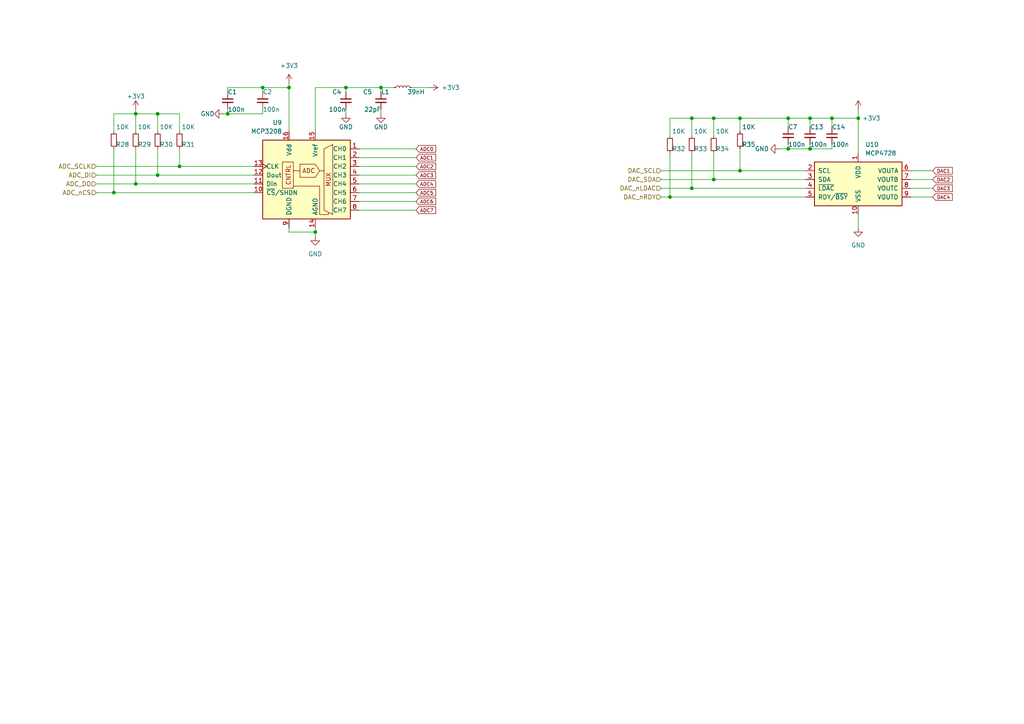
<source format=kicad_sch>
(kicad_sch (version 20211123) (generator eeschema)
  (paper "A4")
  (lib_symbols
    (symbol "Analog_ADC:MCP3208" (pin_names (offset 1.016))
      (property "Reference" "U" (at -5.08 13.335 0))
      (property "Value" "MCP3208" (at -5.08 11.43 0))
      (symbol "MCP3208_0_0"
        (text "ADC" (at -0.635 1.27 0) (effects (font (size 1.27 1.27))))
        (text "CNTRL" (at 5.969 -2.921 900) (effects (font (size 1.27 1.27)) (justify left bottom)))
        (text "MUX" (at -6.35 -1.27 900) (effects (font (size 1.27 1.27))))
      )
      (symbol "MCP3208_0_1"
        (polyline (pts (xy -3.81 1.27) (xy -5.08 1.27)))
        (polyline (pts (xy 1.905 1.27) (xy 3.81 1.27)))
        (polyline (pts (xy -7.62 8.89) (xy -7.62 -11.43) (xy -5.08 -10.16) (xy -5.08 7.62) (xy -7.62 8.89)))
        (polyline (pts (xy 3.81 -3.175) (xy -3.81 -3.175) (xy -3.81 -11.43) (xy -6.35 -11.43) (xy -6.35 -10.795)))
        (polyline (pts (xy 1.905 3.175) (xy 1.905 -0.635) (xy -2.54 -0.635) (xy -3.81 1.27) (xy -2.54 3.175) (xy 1.905 3.175)))
        (rectangle (start 3.81 -3.81) (end 6.985 3.81))
        (rectangle (start 12.7 -12.7) (end -12.7 10.16) (stroke (width 0.254)) (fill (type background)))
      )
      (symbol "MCP3208_1_1"
        (pin input line (at -15.24 7.62 0) (length 2.54) (name "CH0") (number "1"))
        (pin input line (at 15.24 -5.08 180) (length 2.54) (name "~{CS}/SHDN") (number "10"))
        (pin input line (at 15.24 -2.54 180) (length 2.54) (name "Din") (number "11"))
        (pin output line (at 15.24 0 180) (length 2.54) (name "Dout") (number "12"))
        (pin input clock (at 15.24 2.54 180) (length 2.54) (name "CLK") (number "13"))
        (pin power_in line (at -2.54 -15.24 90) (length 2.54) (name "AGND") (number "14"))
        (pin power_in line (at -2.54 12.7 270) (length 2.54) (name "Vref") (number "15"))
        (pin power_in line (at 5.08 12.7 270) (length 2.54) (name "Vdd") (number "16"))
        (pin input line (at -15.24 5.08 0) (length 2.54) (name "CH1") (number "2"))
        (pin input line (at -15.24 2.54 0) (length 2.54) (name "CH2") (number "3"))
        (pin input line (at -15.24 0 0) (length 2.54) (name "CH3") (number "4"))
        (pin input line (at -15.24 -2.54 0) (length 2.54) (name "CH4") (number "5"))
        (pin input line (at -15.24 -5.08 0) (length 2.54) (name "CH5") (number "6"))
        (pin input line (at -15.24 -7.62 0) (length 2.54) (name "CH6") (number "7"))
        (pin input line (at -15.24 -10.16 0) (length 2.54) (name "CH7") (number "8"))
        (pin power_in line (at 5.08 -15.24 90) (length 2.54) (name "DGND") (number "9"))
      )
    )
    (symbol "Analog_DAC:MCP4728" (pin_names (offset 1.016))
      (property "Reference" "U" (at -12.7 6.35 0))
      (property "Value" "MCP4728" (at 12.7 6.35 0))
      (symbol "MCP4728_0_1"
        (rectangle (start -12.7 5.08) (end 12.7 -7.62) (stroke (width 0.254)) (fill (type background)))
      )
      (symbol "MCP4728_1_1"
        (pin power_in line (at 0 7.62 270) (length 2.54) (name "VDD") (number "1"))
        (pin power_in line (at 0 -10.16 90) (length 2.54) (name "VSS") (number "10"))
        (pin input line (at -15.24 2.54 0) (length 2.54) (name "SCL") (number "2"))
        (pin bidirectional line (at -15.24 0 0) (length 2.54) (name "SDA") (number "3"))
        (pin input line (at -15.24 -2.54 0) (length 2.54) (name "~{LDAC}") (number "4"))
        (pin output line (at -15.24 -5.08 0) (length 2.54) (name "RDY/~{BSY}") (number "5"))
        (pin output line (at 15.24 2.54 180) (length 2.54) (name "VOUTA") (number "6"))
        (pin output line (at 15.24 0 180) (length 2.54) (name "VOUTB") (number "7"))
        (pin output line (at 15.24 -2.54 180) (length 2.54) (name "VOUTC") (number "8"))
        (pin output line (at 15.24 -5.08 180) (length 2.54) (name "VOUTD") (number "9"))
      )
    )
    (symbol "Device:C_Small" (pin_numbers hide) (pin_names (offset 0.254) hide)
      (property "Reference" "C" (at 0.254 1.778 0))
      (property "Value" "C_Small" (at 0.254 -2.032 0))
      (symbol "C_Small_0_1"
        (polyline (pts (xy -1.524 -0.508) (xy 1.524 -0.508)) (stroke (width 0.3302)))
        (polyline (pts (xy -1.524 0.508) (xy 1.524 0.508)) (stroke (width 0.3048)))
      )
      (symbol "C_Small_1_1"
        (pin passive line (at 0 2.54 270) (length 2.032) (name "~") (number "1"))
        (pin passive line (at 0 -2.54 90) (length 2.032) (name "~") (number "2"))
      )
    )
    (symbol "Device:L_Small" (pin_numbers hide) (pin_names (offset 0.254) hide)
      (property "Reference" "L" (at 0.762 1.016 0))
      (property "Value" "L_Small" (at 0.762 -1.016 0))
      (symbol "L_Small_0_1"
        (arc (start 0 -2.032) (mid 0.508 -1.524) (end 0 -1.016))
        (arc (start 0 -1.016) (mid 0.508 -0.508) (end 0 0))
        (arc (start 0 0) (mid 0.508 0.508) (end 0 1.016))
        (arc (start 0 1.016) (mid 0.508 1.524) (end 0 2.032))
      )
      (symbol "L_Small_1_1"
        (pin passive line (at 0 2.54 270) (length 0.508) (name "~") (number "1"))
        (pin passive line (at 0 -2.54 90) (length 0.508) (name "~") (number "2"))
      )
    )
    (symbol "Device:R_Small" (pin_numbers hide) (pin_names (offset 0.254) hide)
      (property "Reference" "R" (at 0.762 0.508 0))
      (property "Value" "R_Small" (at 0.762 -1.016 0))
      (symbol "R_Small_0_1"
        (rectangle (start -0.762 1.778) (end 0.762 -1.778) (stroke (width 0.2032)))
      )
      (symbol "R_Small_1_1"
        (pin passive line (at 0 2.54 270) (length 0.762) (name "~") (number "1"))
        (pin passive line (at 0 -2.54 90) (length 0.762) (name "~") (number "2"))
      )
    )
    (symbol "power:+3.3V" (power) (pin_names (offset 0))
      (property "Value" "+3.3V" (at 0 3.556 0))
      (symbol "+3.3V_0_1"
        (polyline (pts (xy -0.762 1.27) (xy 0 2.54)))
        (polyline (pts (xy 0 0) (xy 0 2.54)))
        (polyline (pts (xy 0 2.54) (xy 0.762 1.27)))
      )
      (symbol "+3.3V_1_1"
        (pin power_in line (at 0 0 90) (length 0) hide (name "+3V3") (number "1"))
      )
    )
    (symbol "power:GND" (power) (pin_names (offset 0))
      (property "Value" "GND" (at 0 -3.81 0))
      (symbol "GND_0_1"
        (polyline (pts (xy 0 0) (xy 0 -1.27) (xy 1.27 -1.27) (xy 0 -2.54) (xy -1.27 -1.27) (xy 0 -1.27)))
      )
      (symbol "GND_1_1"
        (pin power_in line (at 0 0 270) (length 0) hide (name "GND") (number "1"))
      )
    )
  )
  (junction (at 45.72 50.8))
  (junction (at 39.37 53.34))
  (junction (at 45.72 33.02))
  (junction (at 194.31 57.15))
  (junction (at 214.63 34.29))
  (junction (at 234.95 34.29))
  (junction (at 207.01 52.07))
  (junction (at 66.04 33.02))
  (junction (at 241.3 34.29))
  (junction (at 33.02 55.88))
  (junction (at 207.01 34.29))
  (junction (at 91.44 67.31))
  (junction (at 39.37 33.02))
  (junction (at 200.66 54.61))
  (junction (at 214.63 49.53))
  (junction (at 200.66 34.29))
  (junction (at 248.92 34.29))
  (junction (at 100.33 25.4))
  (junction (at 52.07 48.26))
  (junction (at 76.2 25.4))
  (junction (at 228.6 43.18))
  (junction (at 83.82 25.4))
  (junction (at 110.49 25.4))
  (junction (at 228.6 34.29))
  (junction (at 234.95 43.18))
  (wire (pts (xy 110.49 25.4) (xy 100.33 25.4)))
  (wire (pts (xy 191.77 52.07) (xy 207.01 52.07)))
  (wire (pts (xy 83.82 25.4) (xy 83.82 38.1)))
  (wire (pts (xy 66.04 33.02) (xy 64.77 33.02)))
  (wire (pts (xy 39.37 31.75) (xy 39.37 33.02)))
  (wire (pts (xy 214.63 49.53) (xy 214.63 43.18)))
  (wire (pts (xy 66.04 33.02) (xy 76.2 33.02)))
  (wire (pts (xy 104.14 50.8) (xy 120.65 50.8)))
  (wire (pts (xy 200.66 34.29) (xy 200.66 39.37)))
  (wire (pts (xy 264.16 52.07) (xy 270.51 52.07)))
  (wire (pts (xy 27.94 53.34) (xy 39.37 53.34)))
  (wire (pts (xy 104.14 43.18) (xy 120.65 43.18)))
  (wire (pts (xy 248.92 34.29) (xy 241.3 34.29)))
  (wire (pts (xy 100.33 25.4) (xy 100.33 26.67)))
  (wire (pts (xy 207.01 34.29) (xy 207.01 39.37)))
  (wire (pts (xy 39.37 38.1) (xy 39.37 33.02)))
  (wire (pts (xy 214.63 34.29) (xy 214.63 38.1)))
  (wire (pts (xy 33.02 55.88) (xy 33.02 43.18)))
  (wire (pts (xy 191.77 54.61) (xy 200.66 54.61)))
  (wire (pts (xy 76.2 25.4) (xy 66.04 25.4)))
  (wire (pts (xy 83.82 24.13) (xy 83.82 25.4)))
  (wire (pts (xy 104.14 58.42) (xy 120.65 58.42)))
  (wire (pts (xy 100.33 25.4) (xy 91.44 25.4)))
  (wire (pts (xy 27.94 50.8) (xy 45.72 50.8)))
  (wire (pts (xy 264.16 54.61) (xy 270.51 54.61)))
  (wire (pts (xy 248.92 31.75) (xy 248.92 34.29)))
  (wire (pts (xy 39.37 33.02) (xy 33.02 33.02)))
  (wire (pts (xy 66.04 31.75) (xy 66.04 33.02)))
  (wire (pts (xy 104.14 48.26) (xy 120.65 48.26)))
  (wire (pts (xy 124.46 25.4) (xy 119.38 25.4)))
  (wire (pts (xy 45.72 38.1) (xy 45.72 33.02)))
  (wire (pts (xy 39.37 53.34) (xy 73.66 53.34)))
  (wire (pts (xy 45.72 50.8) (xy 45.72 43.18)))
  (wire (pts (xy 27.94 48.26) (xy 52.07 48.26)))
  (wire (pts (xy 33.02 55.88) (xy 73.66 55.88)))
  (wire (pts (xy 234.95 34.29) (xy 234.95 36.83)))
  (wire (pts (xy 52.07 33.02) (xy 52.07 38.1)))
  (wire (pts (xy 104.14 60.96) (xy 120.65 60.96)))
  (wire (pts (xy 83.82 25.4) (xy 76.2 25.4)))
  (wire (pts (xy 194.31 44.45) (xy 194.31 57.15)))
  (wire (pts (xy 45.72 50.8) (xy 73.66 50.8)))
  (wire (pts (xy 241.3 34.29) (xy 241.3 36.83)))
  (wire (pts (xy 207.01 44.45) (xy 207.01 52.07)))
  (wire (pts (xy 104.14 45.72) (xy 120.65 45.72)))
  (wire (pts (xy 33.02 38.1) (xy 33.02 33.02)))
  (wire (pts (xy 234.95 43.18) (xy 241.3 43.18)))
  (wire (pts (xy 83.82 67.31) (xy 83.82 66.04)))
  (wire (pts (xy 241.3 41.91) (xy 241.3 43.18)))
  (wire (pts (xy 194.31 57.15) (xy 233.68 57.15)))
  (wire (pts (xy 194.31 34.29) (xy 200.66 34.29)))
  (wire (pts (xy 76.2 33.02) (xy 76.2 31.75)))
  (wire (pts (xy 104.14 55.88) (xy 120.65 55.88)))
  (wire (pts (xy 200.66 54.61) (xy 200.66 44.45)))
  (wire (pts (xy 248.92 34.29) (xy 248.92 44.45)))
  (wire (pts (xy 39.37 33.02) (xy 45.72 33.02)))
  (wire (pts (xy 76.2 25.4) (xy 76.2 26.67)))
  (wire (pts (xy 191.77 49.53) (xy 214.63 49.53)))
  (wire (pts (xy 191.77 57.15) (xy 194.31 57.15)))
  (wire (pts (xy 248.92 62.23) (xy 248.92 66.04)))
  (wire (pts (xy 45.72 33.02) (xy 52.07 33.02)))
  (wire (pts (xy 233.68 49.53) (xy 214.63 49.53)))
  (wire (pts (xy 234.95 43.18) (xy 228.6 43.18)))
  (wire (pts (xy 27.94 55.88) (xy 33.02 55.88)))
  (wire (pts (xy 233.68 54.61) (xy 200.66 54.61)))
  (wire (pts (xy 226.06 43.18) (xy 228.6 43.18)))
  (wire (pts (xy 194.31 39.37) (xy 194.31 34.29)))
  (wire (pts (xy 39.37 43.18) (xy 39.37 53.34)))
  (wire (pts (xy 228.6 36.83) (xy 228.6 34.29)))
  (wire (pts (xy 207.01 52.07) (xy 233.68 52.07)))
  (wire (pts (xy 91.44 67.31) (xy 83.82 67.31)))
  (wire (pts (xy 228.6 34.29) (xy 234.95 34.29)))
  (wire (pts (xy 52.07 48.26) (xy 52.07 43.18)))
  (wire (pts (xy 264.16 57.15) (xy 270.51 57.15)))
  (wire (pts (xy 234.95 34.29) (xy 241.3 34.29)))
  (wire (pts (xy 110.49 25.4) (xy 110.49 26.67)))
  (wire (pts (xy 66.04 25.4) (xy 66.04 26.67)))
  (wire (pts (xy 110.49 31.75) (xy 110.49 33.02)))
  (wire (pts (xy 91.44 66.04) (xy 91.44 67.31)))
  (wire (pts (xy 91.44 25.4) (xy 91.44 38.1)))
  (wire (pts (xy 104.14 53.34) (xy 120.65 53.34)))
  (wire (pts (xy 91.44 67.31) (xy 91.44 68.58)))
  (wire (pts (xy 100.33 31.75) (xy 100.33 33.02)))
  (wire (pts (xy 228.6 41.91) (xy 228.6 43.18)))
  (wire (pts (xy 234.95 41.91) (xy 234.95 43.18)))
  (wire (pts (xy 228.6 34.29) (xy 214.63 34.29)))
  (wire (pts (xy 114.3 25.4) (xy 110.49 25.4)))
  (wire (pts (xy 207.01 34.29) (xy 214.63 34.29)))
  (wire (pts (xy 200.66 34.29) (xy 207.01 34.29)))
  (wire (pts (xy 52.07 48.26) (xy 73.66 48.26)))
  (wire (pts (xy 264.16 49.53) (xy 270.51 49.53)))
  (global_label "DAC2" (shape input) (at 270.51 52.07 0) (effects (font (size 1 1))) (property "Intersheet References" "${INTERSHEET_REFS}" (effects hide)))
  (global_label "DAC1" (shape input) (at 270.51 49.53 0) (effects (font (size 1 1))) (property "Intersheet References" "${INTERSHEET_REFS}" (effects hide)))
  (global_label "DAC4" (shape input) (at 270.51 57.15 0) (effects (font (size 1 1))) (property "Intersheet References" "${INTERSHEET_REFS}" (effects hide)))
  (global_label "ADC0" (shape input) (at 120.65 43.18 0) (effects (font (size 1 1))) (property "Intersheet References" "${INTERSHEET_REFS}" (effects hide)))
  (global_label "ADC5" (shape input) (at 120.65 55.88 0) (effects (font (size 1 1))) (property "Intersheet References" "${INTERSHEET_REFS}" (effects hide)))
  (global_label "ADC3" (shape input) (at 120.65 50.8 0) (effects (font (size 1 1))) (property "Intersheet References" "${INTERSHEET_REFS}" (effects hide)))
  (global_label "DAC3" (shape input) (at 270.51 54.61 0) (effects (font (size 1 1))) (property "Intersheet References" "${INTERSHEET_REFS}" (effects hide)))
  (global_label "ADC1" (shape input) (at 120.65 45.72 0) (effects (font (size 1 1))) (property "Intersheet References" "${INTERSHEET_REFS}" (effects hide)))
  (global_label "ADC2" (shape input) (at 120.65 48.26 0) (effects (font (size 1 1))) (property "Intersheet References" "${INTERSHEET_REFS}" (effects hide)))
  (global_label "ADC4" (shape input) (at 120.65 53.34 0) (effects (font (size 1 1))) (property "Intersheet References" "${INTERSHEET_REFS}" (effects hide)))
  (global_label "ADC6" (shape input) (at 120.65 58.42 0) (effects (font (size 1 1))) (property "Intersheet References" "${INTERSHEET_REFS}" (effects hide)))
  (global_label "ADC7" (shape input) (at 120.65 60.96 0) (effects (font (size 1 1))) (property "Intersheet References" "${INTERSHEET_REFS}" (effects hide)))
  (hierarchical_label "DAC_nRDY" (shape input) (at 191.77 57.15 180))
  (hierarchical_label "ADC_nCS" (shape input) (at 27.94 55.88 180))
  (hierarchical_label "DAC_SCL" (shape input) (at 191.77 49.53 180))
  (hierarchical_label "DAC_SDA" (shape input) (at 191.77 52.07 180))
  (hierarchical_label "ADC_DO" (shape input) (at 27.94 53.34 180))
  (hierarchical_label "ADC_DI" (shape input) (at 27.94 50.8 180))
  (hierarchical_label "ADC_SCLK" (shape input) (at 27.94 48.26 180))
  (hierarchical_label "DAC_nLDAC" (shape input) (at 191.77 54.61 180))
  (symbol (lib_id "power:GND") (at 226.06 43.18 270) (mirror x) (unit 1)
    (property "Reference" "#PWR0101" (effects hide))
    (property "Value" "GND" (at 220.98 43.18 90))
  )
  (symbol (lib_id "power:GND") (at 100.33 33.02 0) (mirror y) (unit 1)
    (property "Reference" "#PWR0108" (effects hide))
    (property "Value" "GND" (at 100.33 36.83 0))
  )
  (symbol (lib_id "Device:R_Small") (at 52.07 40.64 0) (mirror x) (unit 1)
    (property "Reference" "R31" (at 54.61 41.91 0))
    (property "Value" "10K" (at 54.61 36.83 0))
    (property "Footprint" "Resistor_SMD:R_0603_1608Metric" (effects hide))
  )
  (symbol (lib_id "Device:L_Small") (at 116.84 25.4 270) (mirror x) (unit 1)
    (property "Reference" "L1" (at 111.76 26.67 90))
    (property "Value" "39nH" (at 120.65 26.67 90))
    (property "Footprint" "Inductor_SMD:L_0603_1608Metric" (effects hide))
  )
  (symbol (lib_id "power:GND") (at 64.77 33.02 270) (unit 1)
    (property "Reference" "#PWR0102" (effects hide))
    (property "Value" "GND" (at 62.23 33.02 90) (effects (justify right)))
  )
  (symbol (lib_id "Device:C_Small") (at 241.3 39.37 0) (unit 1)
    (property "Reference" "C14" (at 241.3 36.83 0) (effects (justify left)))
    (property "Value" "100n" (at 241.3 41.91 0) (effects (justify left)))
    (property "Footprint" "Capacitor_SMD:C_0603_1608Metric" (effects hide))
  )
  (symbol (lib_id "power:GND") (at 91.44 68.58 0) (unit 1)
    (property "Reference" "#PWR0104" (effects hide))
    (property "Value" "GND" (at 91.44 73.66 0))
  )
  (symbol (lib_id "Device:C_Small") (at 100.33 29.21 0) (mirror y) (unit 1)
    (property "Reference" "C4" (at 99.06 26.67 0) (effects (justify left)))
    (property "Value" "100n" (at 100.33 31.75 0) (effects (justify left)))
    (property "Footprint" "Capacitor_SMD:C_0603_1608Metric" (effects hide))
  )
  (symbol (lib_id "Device:C_Small") (at 234.95 39.37 0) (unit 1)
    (property "Reference" "C13" (at 234.95 36.83 0) (effects (justify left)))
    (property "Value" "100n" (at 234.95 41.91 0) (effects (justify left)))
    (property "Footprint" "Capacitor_SMD:C_0603_1608Metric" (effects hide))
  )
  (symbol (lib_id "Device:C_Small") (at 76.2 29.21 0) (unit 1)
    (property "Reference" "C2" (at 76.2 26.67 0) (effects (justify left)))
    (property "Value" "100n" (at 76.2 31.75 0) (effects (justify left)))
    (property "Footprint" "Capacitor_SMD:C_0603_1608Metric" (effects hide))
  )
  (symbol (lib_id "Device:R_Small") (at 207.01 41.91 0) (mirror x) (unit 1)
    (property "Reference" "R34" (at 209.55 43.18 0))
    (property "Value" "10K" (at 209.55 38.1 0))
    (property "Footprint" "Resistor_SMD:R_0603_1608Metric" (effects hide))
  )
  (symbol (lib_id "power:+3.3V") (at 124.46 25.4 270) (mirror x) (unit 1)
    (property "Reference" "#PWR0107" (effects hide))
    (property "Value" "+3.3V" (at 133.35 25.4 90) (effects (justify right)))
  )
  (symbol (lib_id "Analog_DAC:MCP4728") (at 248.92 52.07 0) (unit 1)
    (property "Reference" "U10" (at 250.9394 41.91 0) (effects (justify left)))
    (property "Value" "MCP4728" (at 250.9394 44.45 0) (effects (justify left)))
    (property "Footprint" "Package_SO:MSOP-10_3x3mm_P0.5mm" (effects hide))
    (property "Datasheet" "http://ww1.microchip.com/downloads/en/DeviceDoc/22187E.pdf" (effects hide))
  )
  (symbol (lib_id "Device:R_Small") (at 200.66 41.91 0) (mirror x) (unit 1)
    (property "Reference" "R33" (at 203.2 43.18 0))
    (property "Value" "10K" (at 203.2 38.1 0))
    (property "Footprint" "Resistor_SMD:R_0603_1608Metric" (effects hide))
  )
  (symbol (lib_id "Device:R_Small") (at 214.63 40.64 0) (mirror x) (unit 1)
    (property "Reference" "R35" (at 217.17 41.91 0))
    (property "Value" "10K" (at 217.17 36.83 0))
    (property "Footprint" "Resistor_SMD:R_0603_1608Metric" (effects hide))
  )
  (symbol (lib_id "power:+3.3V") (at 39.37 31.75 0) (unit 1)
    (property "Reference" "#PWR0103" (effects hide))
    (property "Value" "+3.3V" (at 39.37 27.94 0))
  )
  (symbol (lib_id "Device:C_Small") (at 110.49 29.21 0) (mirror y) (unit 1)
    (property "Reference" "C5" (at 107.95 26.67 0) (effects (justify left)))
    (property "Value" "22pF" (at 110.49 31.75 0) (effects (justify left)))
    (property "Footprint" "Capacitor_SMD:C_0603_1608Metric" (effects hide))
  )
  (symbol (lib_id "power:+3.3V") (at 83.82 24.13 0) (unit 1)
    (property "Reference" "#PWR0105" (effects hide))
    (property "Value" "+3.3V" (at 83.82 19.05 0))
  )
  (symbol (lib_id "Device:R_Small") (at 39.37 40.64 0) (mirror x) (unit 1)
    (property "Reference" "R29" (at 41.91 41.91 0))
    (property "Value" "10K" (at 41.91 36.83 0))
    (property "Footprint" "Resistor_SMD:R_0603_1608Metric" (effects hide))
  )
  (symbol (lib_id "Device:C_Small") (at 66.04 29.21 0) (unit 1)
    (property "Reference" "C1" (at 66.04 26.67 0) (effects (justify left)))
    (property "Value" "100n" (at 66.04 31.75 0) (effects (justify left)))
    (property "Footprint" "Capacitor_SMD:C_0603_1608Metric" (effects hide))
  )
  (symbol (lib_id "Device:R_Small") (at 33.02 40.64 0) (mirror x) (unit 1)
    (property "Reference" "R28" (at 35.56 41.91 0))
    (property "Value" "10K" (at 35.56 36.83 0))
    (property "Footprint" "Resistor_SMD:R_0603_1608Metric" (effects hide))
  )
  (symbol (lib_id "Analog_ADC:MCP3208") (at 88.9 50.8 0) (mirror y) (unit 1)
    (property "Reference" "U9" (at 81.8006 35.56 0) (effects (justify left)))
    (property "Value" "MCP3208" (at 81.8006 38.1 0) (effects (justify left)))
    (property "Footprint" "Package_SO:SOIC-16_3.9x9.9mm_P1.27mm" (effects hide))
    (property "Datasheet" "http://ww1.microchip.com/downloads/en/DeviceDoc/21298c.pdf" (effects hide))
  )
  (symbol (lib_id "power:GND") (at 248.92 66.04 0) (unit 1)
    (property "Reference" "#PWR0110" (effects hide))
    (property "Value" "GND" (at 248.92 71.12 0))
  )
  (symbol (lib_id "power:GND") (at 110.49 33.02 0) (mirror y) (unit 1)
    (property "Reference" "#PWR0106" (effects hide))
    (property "Value" "GND" (at 110.49 36.83 0))
  )
  (symbol (lib_id "Device:R_Small") (at 45.72 40.64 0) (mirror x) (unit 1)
    (property "Reference" "R30" (at 48.26 41.91 0))
    (property "Value" "10K" (at 48.26 36.83 0))
    (property "Footprint" "Resistor_SMD:R_0603_1608Metric" (effects hide))
  )
  (symbol (lib_id "Device:C_Small") (at 228.6 39.37 0) (unit 1)
    (property "Reference" "C7" (at 228.6 36.83 0) (effects (justify left)))
    (property "Value" "100n" (at 228.6 41.91 0) (effects (justify left)))
    (property "Footprint" "Capacitor_SMD:C_0603_1608Metric" (effects hide))
  )
  (symbol (lib_id "Device:R_Small") (at 194.31 41.91 0) (mirror x) (unit 1)
    (property "Reference" "R32" (at 196.85 43.18 0))
    (property "Value" "10K" (at 196.85 38.1 0))
    (property "Footprint" "Resistor_SMD:R_0603_1608Metric" (effects hide))
  )
  (symbol (lib_id "power:+3.3V") (at 248.92 31.75 0) (unit 1)
    (property "Reference" "#PWR0109" (effects hide))
    (property "Value" "+3.3V" (at 252.73 34.29 0))
  )
)
</source>
